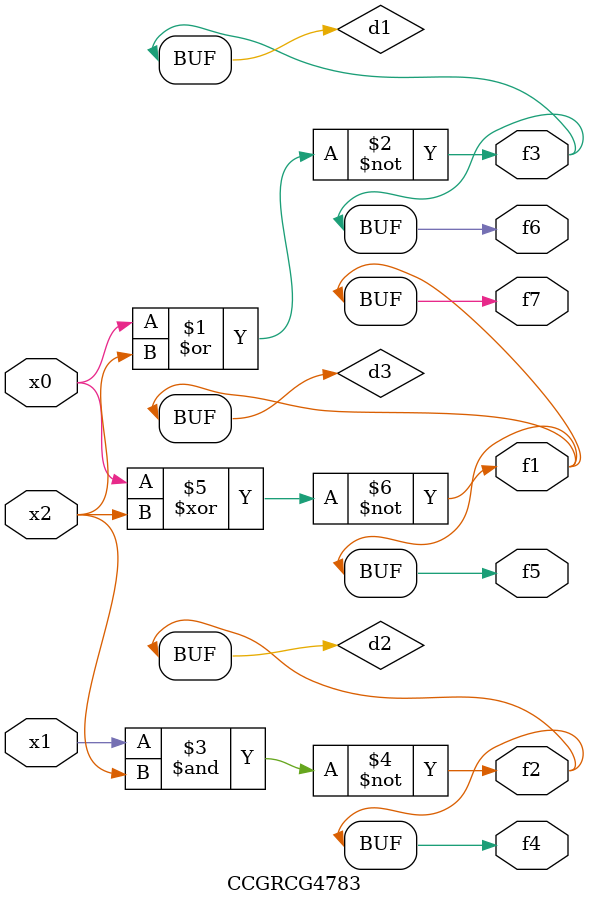
<source format=v>
module CCGRCG4783(
	input x0, x1, x2,
	output f1, f2, f3, f4, f5, f6, f7
);

	wire d1, d2, d3;

	nor (d1, x0, x2);
	nand (d2, x1, x2);
	xnor (d3, x0, x2);
	assign f1 = d3;
	assign f2 = d2;
	assign f3 = d1;
	assign f4 = d2;
	assign f5 = d3;
	assign f6 = d1;
	assign f7 = d3;
endmodule

</source>
